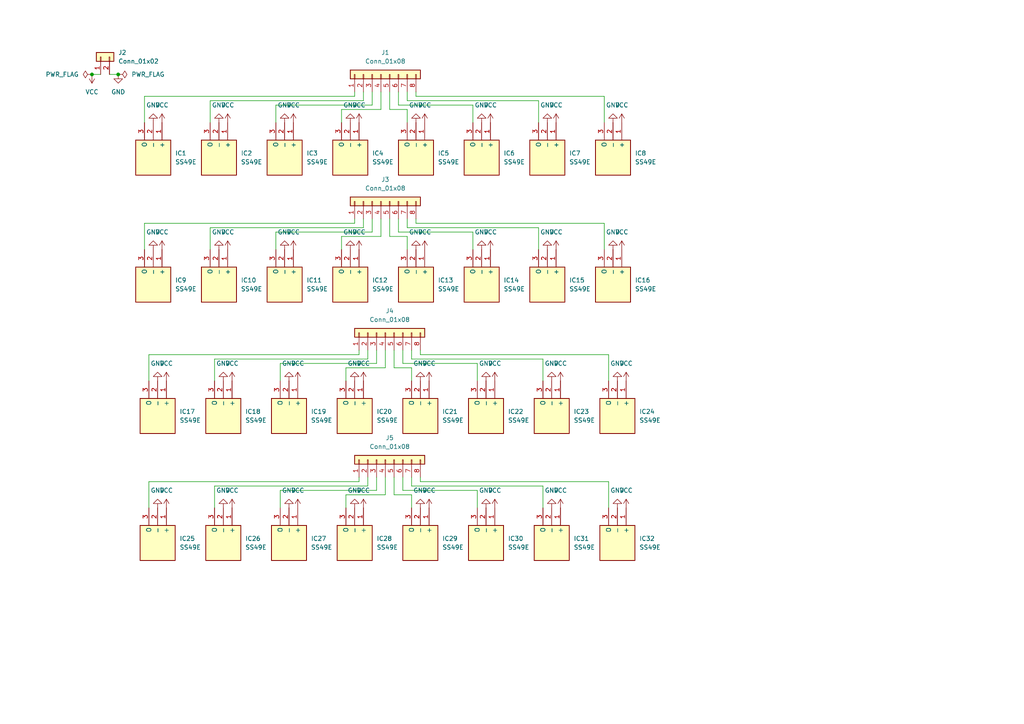
<source format=kicad_sch>
(kicad_sch (version 20230121) (generator eeschema)
  (paper "A4")
  (title_block (title "Chessboard half 1-4 linear hall adaper") (date "2023-09-17") (rev "0") (comment 1 "Schematic for chessboard PCB for ranks 1 through 4"))
  (lib_symbols
    (symbol "Connector_Generic:Conn_01x02" (pin_names (offset 1.016) hide)
      (property "Reference" "J" (at 0 2.54 0))
      (property "Value" "Conn_01x02" (at 0 -5.08 0))
      (symbol "Conn_01x02_1_1"
        (rectangle (start -1.27 -2.413) (end 0 -2.667) (stroke (width 0.1524)))
        (rectangle (start -1.27 0.127) (end 0 -0.127) (stroke (width 0.1524)))
        (rectangle (start -1.27 1.27) (end 1.27 -3.81) (stroke (width 0.254)) (fill (type background)))
        (pin passive line (at -5.08 0 0) (length 3.81) (name "Pin_1") (number "1"))
        (pin passive line (at -5.08 -2.54 0) (length 3.81) (name "Pin_2") (number "2"))
      )
    )
    (symbol "Connector_Generic:Conn_01x08" (pin_names (offset 1.016) hide)
      (property "Reference" "J" (at 0 10.16 0))
      (property "Value" "Conn_01x08" (at 0 -12.7 0))
      (symbol "Conn_01x08_1_1"
        (rectangle (start -1.27 -10.033) (end 0 -10.287) (stroke (width 0.1524)))
        (rectangle (start -1.27 -7.493) (end 0 -7.747) (stroke (width 0.1524)))
        (rectangle (start -1.27 -4.953) (end 0 -5.207) (stroke (width 0.1524)))
        (rectangle (start -1.27 -2.413) (end 0 -2.667) (stroke (width 0.1524)))
        (rectangle (start -1.27 0.127) (end 0 -0.127) (stroke (width 0.1524)))
        (rectangle (start -1.27 2.667) (end 0 2.413) (stroke (width 0.1524)))
        (rectangle (start -1.27 5.207) (end 0 4.953) (stroke (width 0.1524)))
        (rectangle (start -1.27 7.747) (end 0 7.493) (stroke (width 0.1524)))
        (rectangle (start -1.27 8.89) (end 1.27 -11.43) (stroke (width 0.254)) (fill (type background)))
        (pin passive line (at -5.08 7.62 0) (length 3.81) (name "Pin_1") (number "1"))
        (pin passive line (at -5.08 5.08 0) (length 3.81) (name "Pin_2") (number "2"))
        (pin passive line (at -5.08 2.54 0) (length 3.81) (name "Pin_3") (number "3"))
        (pin passive line (at -5.08 0 0) (length 3.81) (name "Pin_4") (number "4"))
        (pin passive line (at -5.08 -2.54 0) (length 3.81) (name "Pin_5") (number "5"))
        (pin passive line (at -5.08 -5.08 0) (length 3.81) (name "Pin_6") (number "6"))
        (pin passive line (at -5.08 -7.62 0) (length 3.81) (name "Pin_7") (number "7"))
        (pin passive line (at -5.08 -10.16 0) (length 3.81) (name "Pin_8") (number "8"))
      )
    )
    (symbol "SamacSys_Parts:SS49E"
      (property "Reference" "IC" (at 16.51 7.62 0))
      (property "Value" "SS49E" (at 16.51 5.08 0))
      (symbol "SS49E_1_1"
        (rectangle (start 5.08 2.54) (end 15.24 -7.62) (stroke (width 0.254)) (fill (type background)))
        (pin passive line (at 0 0 0) (length 5.08) (name "+") (number "1"))
        (pin passive line (at 0 -2.54 0) (length 5.08) (name "-") (number "2"))
        (pin passive line (at 0 -5.08 0) (length 5.08) (name "O") (number "3"))
      )
    )
    (symbol "power:GND" (power) (pin_names (offset 0))
      (property "Value" "GND" (at 0 -3.81 0))
      (symbol "GND_0_1"
        (polyline (pts (xy 0 0) (xy 0 -1.27) (xy 1.27 -1.27) (xy 0 -2.54) (xy -1.27 -1.27) (xy 0 -1.27)))
      )
      (symbol "GND_1_1"
        (pin power_in line (at 0 0 270) (length 0) hide (name "GND") (number "1"))
      )
    )
    (symbol "power:PWR_FLAG" (power) (pin_numbers hide) (pin_names (offset 0) hide)
      (property "Value" "PWR_FLAG" (at 0 3.81 0))
      (symbol "PWR_FLAG_0_0"
        (pin power_out line (at 0 0 90) (length 0) (name "pwr") (number "1"))
      )
      (symbol "PWR_FLAG_0_1"
        (polyline (pts (xy 0 0) (xy 0 1.27) (xy -1.016 1.905) (xy 0 2.54) (xy 1.016 1.905) (xy 0 1.27)))
      )
    )
    (symbol "power:VCC" (power) (pin_names (offset 0))
      (property "Value" "VCC" (at 0 3.81 0))
      (symbol "VCC_0_1"
        (polyline (pts (xy -0.762 1.27) (xy 0 2.54)))
        (polyline (pts (xy 0 0) (xy 0 2.54)))
        (polyline (pts (xy 0 2.54) (xy 0.762 1.27)))
      )
      (symbol "VCC_1_1"
        (pin power_in line (at 0 0 90) (length 0) hide (name "VCC") (number "1"))
      )
    )
  )
  (junction (at 26.67 21.59))
  (junction (at 34.29 21.59))
  (wire (pts (xy 80.01 30.48) (xy 80.01 35.56)))
  (wire (pts (xy 107.95 63.5) (xy 107.95 67.31)))
  (wire (pts (xy 81.28 105.41) (xy 81.28 110.49)))
  (wire (pts (xy 80.01 67.31) (xy 80.01 72.39)))
  (wire (pts (xy 137.16 67.31) (xy 137.16 72.39)))
  (wire (pts (xy 102.87 63.5) (xy 102.87 64.77)))
  (wire (pts (xy 62.23 110.49) (xy 62.23 104.14)))
  (wire (pts (xy 104.14 102.87) (xy 43.18 102.87)))
  (wire (pts (xy 111.76 138.43) (xy 111.76 143.51)))
  (wire (pts (xy 156.21 66.04) (xy 118.11 66.04)))
  (wire (pts (xy 62.23 147.32) (xy 62.23 140.97)))
  (wire (pts (xy 60.96 66.04) (xy 105.41 66.04)))
  (wire (pts (xy 114.3 138.43) (xy 114.3 143.51)))
  (wire (pts (xy 43.18 102.87) (xy 43.18 110.49)))
  (wire (pts (xy 111.76 101.6) (xy 111.76 106.68)))
  (wire (pts (xy 109.22 101.6) (xy 109.22 105.41)))
  (wire (pts (xy 118.11 63.5) (xy 118.11 66.04)))
  (wire (pts (xy 109.22 138.43) (xy 109.22 142.24)))
  (wire (pts (xy 116.84 142.24) (xy 138.43 142.24)))
  (wire (pts (xy 114.3 106.68) (xy 119.38 106.68)))
  (wire (pts (xy 102.87 27.94) (xy 41.91 27.94)))
  (wire (pts (xy 120.65 63.5) (xy 120.65 64.77)))
  (wire (pts (xy 60.96 72.39) (xy 60.96 66.04)))
  (wire (pts (xy 26.67 21.59) (xy 29.21 21.59)))
  (wire (pts (xy 41.91 27.94) (xy 41.91 35.56)))
  (wire (pts (xy 137.16 30.48) (xy 137.16 35.56)))
  (wire (pts (xy 99.06 72.39) (xy 99.06 68.58)))
  (wire (pts (xy 106.68 101.6) (xy 106.68 104.14)))
  (wire (pts (xy 99.06 31.75) (xy 110.49 31.75)))
  (wire (pts (xy 118.11 31.75) (xy 118.11 35.56)))
  (wire (pts (xy 119.38 138.43) (xy 119.38 140.97)))
  (wire (pts (xy 120.65 64.77) (xy 175.26 64.77)))
  (wire (pts (xy 115.57 30.48) (xy 137.16 30.48)))
  (wire (pts (xy 119.38 106.68) (xy 119.38 110.49)))
  (wire (pts (xy 120.65 27.94) (xy 175.26 27.94)))
  (wire (pts (xy 60.96 35.56) (xy 60.96 29.21)))
  (wire (pts (xy 115.57 63.5) (xy 115.57 67.31)))
  (wire (pts (xy 102.87 64.77) (xy 41.91 64.77)))
  (wire (pts (xy 121.92 101.6) (xy 121.92 102.87)))
  (wire (pts (xy 176.53 139.7) (xy 176.53 147.32)))
  (wire (pts (xy 175.26 27.94) (xy 175.26 35.56)))
  (wire (pts (xy 110.49 63.5) (xy 110.49 68.58)))
  (wire (pts (xy 114.3 101.6) (xy 114.3 106.68)))
  (wire (pts (xy 119.38 101.6) (xy 119.38 104.14)))
  (wire (pts (xy 60.96 29.21) (xy 105.41 29.21)))
  (wire (pts (xy 157.48 140.97) (xy 119.38 140.97)))
  (wire (pts (xy 119.38 143.51) (xy 119.38 147.32)))
  (wire (pts (xy 115.57 26.67) (xy 115.57 30.48)))
  (wire (pts (xy 114.3 143.51) (xy 119.38 143.51)))
  (wire (pts (xy 121.92 102.87) (xy 176.53 102.87)))
  (wire (pts (xy 113.03 68.58) (xy 118.11 68.58)))
  (wire (pts (xy 100.33 106.68) (xy 111.76 106.68)))
  (wire (pts (xy 109.22 105.41) (xy 81.28 105.41)))
  (wire (pts (xy 118.11 26.67) (xy 118.11 29.21)))
  (wire (pts (xy 156.21 72.39) (xy 156.21 66.04)))
  (wire (pts (xy 104.14 138.43) (xy 104.14 139.7)))
  (wire (pts (xy 107.95 26.67) (xy 107.95 30.48)))
  (wire (pts (xy 113.03 26.67) (xy 113.03 31.75)))
  (wire (pts (xy 107.95 67.31) (xy 80.01 67.31)))
  (wire (pts (xy 157.48 147.32) (xy 157.48 140.97)))
  (wire (pts (xy 116.84 101.6) (xy 116.84 105.41)))
  (wire (pts (xy 176.53 102.87) (xy 176.53 110.49)))
  (wire (pts (xy 115.57 67.31) (xy 137.16 67.31)))
  (wire (pts (xy 43.18 139.7) (xy 43.18 147.32)))
  (wire (pts (xy 106.68 138.43) (xy 106.68 140.97)))
  (wire (pts (xy 118.11 68.58) (xy 118.11 72.39)))
  (wire (pts (xy 156.21 29.21) (xy 118.11 29.21)))
  (wire (pts (xy 138.43 105.41) (xy 138.43 110.49)))
  (wire (pts (xy 62.23 104.14) (xy 106.68 104.14)))
  (wire (pts (xy 121.92 138.43) (xy 121.92 139.7)))
  (wire (pts (xy 116.84 105.41) (xy 138.43 105.41)))
  (wire (pts (xy 104.14 101.6) (xy 104.14 102.87)))
  (wire (pts (xy 100.33 147.32) (xy 100.33 143.51)))
  (wire (pts (xy 121.92 139.7) (xy 176.53 139.7)))
  (wire (pts (xy 100.33 143.51) (xy 111.76 143.51)))
  (wire (pts (xy 104.14 139.7) (xy 43.18 139.7)))
  (wire (pts (xy 81.28 142.24) (xy 81.28 147.32)))
  (wire (pts (xy 113.03 63.5) (xy 113.03 68.58)))
  (wire (pts (xy 110.49 26.67) (xy 110.49 31.75)))
  (wire (pts (xy 31.75 21.59) (xy 34.29 21.59)))
  (wire (pts (xy 113.03 31.75) (xy 118.11 31.75)))
  (wire (pts (xy 102.87 26.67) (xy 102.87 27.94)))
  (wire (pts (xy 99.06 35.56) (xy 99.06 31.75)))
  (wire (pts (xy 62.23 140.97) (xy 106.68 140.97)))
  (wire (pts (xy 41.91 64.77) (xy 41.91 72.39)))
  (wire (pts (xy 120.65 26.67) (xy 120.65 27.94)))
  (wire (pts (xy 156.21 35.56) (xy 156.21 29.21)))
  (wire (pts (xy 138.43 142.24) (xy 138.43 147.32)))
  (wire (pts (xy 105.41 26.67) (xy 105.41 29.21)))
  (wire (pts (xy 107.95 30.48) (xy 80.01 30.48)))
  (wire (pts (xy 99.06 68.58) (xy 110.49 68.58)))
  (wire (pts (xy 157.48 110.49) (xy 157.48 104.14)))
  (wire (pts (xy 116.84 138.43) (xy 116.84 142.24)))
  (wire (pts (xy 175.26 64.77) (xy 175.26 72.39)))
  (wire (pts (xy 157.48 104.14) (xy 119.38 104.14)))
  (wire (pts (xy 105.41 63.5) (xy 105.41 66.04)))
  (wire (pts (xy 100.33 110.49) (xy 100.33 106.68)))
  (wire (pts (xy 109.22 142.24) (xy 81.28 142.24)))
  (symbol (lib_id "power:GND") (at 45.72 110.49 180) (unit 1)
    (property "Reference" "#PWR035" (effects hide))
    (property "Value" "GND" (at 45.72 105.41 0))
  )
  (symbol (lib_id "power:VCC") (at 67.31 147.32 0) (unit 1)
    (property "Reference" "#PWR054" (effects hide))
    (property "Value" "VCC" (at 67.31 142.24 0))
  )
  (symbol (lib_id "SamacSys_Parts:SS49E") (at 48.26 147.32 270) (unit 1)
    (property "Reference" "IC25" (at 52.07 156.21 90) (effects (justify left)))
    (property "Value" "SS49E" (at 52.07 158.75 90) (effects (justify left)))
    (property "Footprint" "SamacSys_Parts:TO130P160X410X300-3P" (effects hide))
    (property "Datasheet" "https://datasheet.datasheetarchive.com/originals/distributors/SFDatasheet-1/sf-00023632.pdf" (effects hide))
    (property "Height" "1.6" (effects hide))
    (property "Manufacturer_Name" "Honeywell" (effects hide))
    (property "Manufacturer_Part_Number" "SS49E" (effects hide))
    (property "Mouser Part Number" "785-SS49E" (effects hide))
    (property "Mouser Price/Stock" "https://www.mouser.co.uk/ProductDetail/Honeywell/SS49E?qs=%2Ffq2y7sSKcJBD3o5K2Vcgg%3D%3D" (effects hide))
    (property "Arrow Part Number" "SS49E" (effects hide))
    (property "Arrow Price/Stock" "https://www.arrow.com/en/products/ss49e/honeywell?region=europe" (effects hide))
  )
  (symbol (lib_id "power:GND") (at 82.55 72.39 180) (unit 1)
    (property "Reference" "#PWR023" (effects hide))
    (property "Value" "GND" (at 82.55 67.31 0))
  )
  (symbol (lib_id "power:VCC") (at 105.41 110.49 0) (unit 1)
    (property "Reference" "#PWR042" (effects hide))
    (property "Value" "VCC" (at 105.41 105.41 0))
  )
  (symbol (lib_id "power:VCC") (at 66.04 72.39 0) (unit 1)
    (property "Reference" "#PWR022" (effects hide))
    (property "Value" "VCC" (at 66.04 67.31 0))
  )
  (symbol (lib_id "power:VCC") (at 104.14 35.56 0) (unit 1)
    (property "Reference" "#PWR010" (effects hide))
    (property "Value" "VCC" (at 104.14 30.48 0))
  )
  (symbol (lib_id "SamacSys_Parts:SS49E") (at 48.26 110.49 270) (unit 1)
    (property "Reference" "IC17" (at 52.07 119.38 90) (effects (justify left)))
    (property "Value" "SS49E" (at 52.07 121.92 90) (effects (justify left)))
    (property "Footprint" "SamacSys_Parts:TO130P160X410X300-3P" (effects hide))
    (property "Datasheet" "https://datasheet.datasheetarchive.com/originals/distributors/SFDatasheet-1/sf-00023632.pdf" (effects hide))
    (property "Height" "1.6" (effects hide))
    (property "Manufacturer_Name" "Honeywell" (effects hide))
    (property "Manufacturer_Part_Number" "SS49E" (effects hide))
    (property "Mouser Part Number" "785-SS49E" (effects hide))
    (property "Mouser Price/Stock" "https://www.mouser.co.uk/ProductDetail/Honeywell/SS49E?qs=%2Ffq2y7sSKcJBD3o5K2Vcgg%3D%3D" (effects hide))
    (property "Arrow Part Number" "SS49E" (effects hide))
    (property "Arrow Price/Stock" "https://www.arrow.com/en/products/ss49e/honeywell?region=europe" (effects hide))
  )
  (symbol (lib_id "power:GND") (at 44.45 35.56 180) (unit 1)
    (property "Reference" "#PWR03" (effects hide))
    (property "Value" "GND" (at 44.45 30.48 0))
  )
  (symbol (lib_id "power:GND") (at 158.75 72.39 180) (unit 1)
    (property "Reference" "#PWR031" (effects hide))
    (property "Value" "GND" (at 158.75 67.31 0))
  )
  (symbol (lib_id "power:GND") (at 102.87 147.32 180) (unit 1)
    (property "Reference" "#PWR057" (effects hide))
    (property "Value" "GND" (at 102.87 142.24 0))
  )
  (symbol (lib_id "power:VCC") (at 161.29 35.56 0) (unit 1)
    (property "Reference" "#PWR016" (effects hide))
    (property "Value" "VCC" (at 161.29 30.48 0))
  )
  (symbol (lib_id "power:GND") (at 83.82 147.32 180) (unit 1)
    (property "Reference" "#PWR055" (effects hide))
    (property "Value" "GND" (at 83.82 142.24 0))
  )
  (symbol (lib_id "SamacSys_Parts:SS49E") (at 124.46 110.49 270) (unit 1)
    (property "Reference" "IC21" (at 128.27 119.38 90) (effects (justify left)))
    (property "Value" "SS49E" (at 128.27 121.92 90) (effects (justify left)))
    (property "Footprint" "SamacSys_Parts:TO130P160X410X300-3P" (effects hide))
    (property "Datasheet" "https://datasheet.datasheetarchive.com/originals/distributors/SFDatasheet-1/sf-00023632.pdf" (effects hide))
    (property "Height" "1.6" (effects hide))
    (property "Manufacturer_Name" "Honeywell" (effects hide))
    (property "Manufacturer_Part_Number" "SS49E" (effects hide))
    (property "Mouser Part Number" "785-SS49E" (effects hide))
    (property "Mouser Price/Stock" "https://www.mouser.co.uk/ProductDetail/Honeywell/SS49E?qs=%2Ffq2y7sSKcJBD3o5K2Vcgg%3D%3D" (effects hide))
    (property "Arrow Part Number" "SS49E" (effects hide))
    (property "Arrow Price/Stock" "https://www.arrow.com/en/products/ss49e/honeywell?region=europe" (effects hide))
  )
  (symbol (lib_id "SamacSys_Parts:SS49E") (at 123.19 35.56 270) (unit 1)
    (property "Reference" "IC5" (at 127 44.45 90) (effects (justify left)))
    (property "Value" "SS49E" (at 127 46.99 90) (effects (justify left)))
    (property "Footprint" "SamacSys_Parts:TO130P160X410X300-3P" (effects hide))
    (property "Datasheet" "https://datasheet.datasheetarchive.com/originals/distributors/SFDatasheet-1/sf-00023632.pdf" (effects hide))
    (property "Height" "1.6" (effects hide))
    (property "Manufacturer_Name" "Honeywell" (effects hide))
    (property "Manufacturer_Part_Number" "SS49E" (effects hide))
    (property "Mouser Part Number" "785-SS49E" (effects hide))
    (property "Mouser Price/Stock" "https://www.mouser.co.uk/ProductDetail/Honeywell/SS49E?qs=%2Ffq2y7sSKcJBD3o5K2Vcgg%3D%3D" (effects hide))
    (property "Arrow Part Number" "SS49E" (effects hide))
    (property "Arrow Price/Stock" "https://www.arrow.com/en/products/ss49e/honeywell?region=europe" (effects hide))
  )
  (symbol (lib_id "SamacSys_Parts:SS49E") (at 161.29 72.39 270) (unit 1)
    (property "Reference" "IC15" (at 165.1 81.28 90) (effects (justify left)))
    (property "Value" "SS49E" (at 165.1 83.82 90) (effects (justify left)))
    (property "Footprint" "SamacSys_Parts:TO130P160X410X300-3P" (effects hide))
    (property "Datasheet" "https://datasheet.datasheetarchive.com/originals/distributors/SFDatasheet-1/sf-00023632.pdf" (effects hide))
    (property "Height" "1.6" (effects hide))
    (property "Manufacturer_Name" "Honeywell" (effects hide))
    (property "Manufacturer_Part_Number" "SS49E" (effects hide))
    (property "Mouser Part Number" "785-SS49E" (effects hide))
    (property "Mouser Price/Stock" "https://www.mouser.co.uk/ProductDetail/Honeywell/SS49E?qs=%2Ffq2y7sSKcJBD3o5K2Vcgg%3D%3D" (effects hide))
    (property "Arrow Part Number" "SS49E" (effects hide))
    (property "Arrow Price/Stock" "https://www.arrow.com/en/products/ss49e/honeywell?region=europe" (effects hide))
  )
  (symbol (lib_id "power:GND") (at 63.5 72.39 180) (unit 1)
    (property "Reference" "#PWR021" (effects hide))
    (property "Value" "GND" (at 63.5 67.31 0))
  )
  (symbol (lib_id "power:PWR_FLAG") (at 34.29 21.59 270) (unit 1)
    (property "Reference" "#FLG02" (effects hide))
    (property "Value" "PWR_FLAG" (at 38.1 21.59 90) (effects (justify left)))
  )
  (symbol (lib_id "power:VCC") (at 85.09 35.56 0) (unit 1)
    (property "Reference" "#PWR08" (effects hide))
    (property "Value" "VCC" (at 85.09 30.48 0))
  )
  (symbol (lib_id "power:GND") (at 63.5 35.56 180) (unit 1)
    (property "Reference" "#PWR05" (effects hide))
    (property "Value" "GND" (at 63.5 30.48 0))
  )
  (symbol (lib_id "power:VCC") (at 48.26 110.49 0) (unit 1)
    (property "Reference" "#PWR036" (effects hide))
    (property "Value" "VCC" (at 48.26 105.41 0))
  )
  (symbol (lib_id "power:VCC") (at 181.61 110.49 0) (unit 1)
    (property "Reference" "#PWR050" (effects hide))
    (property "Value" "VCC" (at 181.61 105.41 0))
  )
  (symbol (lib_id "power:VCC") (at 86.36 147.32 0) (unit 1)
    (property "Reference" "#PWR056" (effects hide))
    (property "Value" "VCC" (at 86.36 142.24 0))
  )
  (symbol (lib_id "power:VCC") (at 123.19 72.39 0) (unit 1)
    (property "Reference" "#PWR028" (effects hide))
    (property "Value" "VCC" (at 123.19 67.31 0))
  )
  (symbol (lib_id "power:VCC") (at 142.24 72.39 0) (unit 1)
    (property "Reference" "#PWR030" (effects hide))
    (property "Value" "VCC" (at 142.24 67.31 0))
  )
  (symbol (lib_id "power:VCC") (at 46.99 35.56 0) (unit 1)
    (property "Reference" "#PWR04" (effects hide))
    (property "Value" "VCC" (at 46.99 30.48 0))
  )
  (symbol (lib_id "power:PWR_FLAG") (at 26.67 21.59 90) (unit 1)
    (property "Reference" "#FLG01" (effects hide))
    (property "Value" "PWR_FLAG" (at 22.86 21.59 90) (effects (justify left)))
  )
  (symbol (lib_id "power:GND") (at 179.07 110.49 180) (unit 1)
    (property "Reference" "#PWR049" (effects hide))
    (property "Value" "GND" (at 179.07 105.41 0))
  )
  (symbol (lib_id "power:VCC") (at 85.09 72.39 0) (unit 1)
    (property "Reference" "#PWR024" (effects hide))
    (property "Value" "VCC" (at 85.09 67.31 0))
  )
  (symbol (lib_id "power:VCC") (at 48.26 147.32 0) (unit 1)
    (property "Reference" "#PWR052" (effects hide))
    (property "Value" "VCC" (at 48.26 142.24 0))
  )
  (symbol (lib_id "power:GND") (at 101.6 72.39 180) (unit 1)
    (property "Reference" "#PWR025" (effects hide))
    (property "Value" "GND" (at 101.6 67.31 0))
  )
  (symbol (lib_id "SamacSys_Parts:SS49E") (at 104.14 35.56 270) (unit 1)
    (property "Reference" "IC4" (at 107.95 44.45 90) (effects (justify left)))
    (property "Value" "SS49E" (at 107.95 46.99 90) (effects (justify left)))
    (property "Footprint" "SamacSys_Parts:TO130P160X410X300-3P" (effects hide))
    (property "Datasheet" "https://datasheet.datasheetarchive.com/originals/distributors/SFDatasheet-1/sf-00023632.pdf" (effects hide))
    (property "Height" "1.6" (effects hide))
    (property "Manufacturer_Name" "Honeywell" (effects hide))
    (property "Manufacturer_Part_Number" "SS49E" (effects hide))
    (property "Mouser Part Number" "785-SS49E" (effects hide))
    (property "Mouser Price/Stock" "https://www.mouser.co.uk/ProductDetail/Honeywell/SS49E?qs=%2Ffq2y7sSKcJBD3o5K2Vcgg%3D%3D" (effects hide))
    (property "Arrow Part Number" "SS49E" (effects hide))
    (property "Arrow Price/Stock" "https://www.arrow.com/en/products/ss49e/honeywell?region=europe" (effects hide))
  )
  (symbol (lib_id "power:GND") (at 140.97 110.49 180) (unit 1)
    (property "Reference" "#PWR045" (effects hide))
    (property "Value" "GND" (at 140.97 105.41 0))
  )
  (symbol (lib_id "Connector_Generic:Conn_01x08") (at 110.49 58.42 90) (unit 1)
    (property "Reference" "J3" (at 111.76 52.07 90))
    (property "Value" "Conn_01x08" (at 111.76 54.61 90))
    (property "Footprint" "Connector_PinHeader_2.54mm:PinHeader_1x08_P2.54mm_Vertical" (effects hide))
  )
  (symbol (lib_id "power:GND") (at 120.65 35.56 180) (unit 1)
    (property "Reference" "#PWR011" (effects hide))
    (property "Value" "GND" (at 120.65 30.48 0))
  )
  (symbol (lib_id "power:GND") (at 121.92 147.32 180) (unit 1)
    (property "Reference" "#PWR059" (effects hide))
    (property "Value" "GND" (at 121.92 142.24 0))
  )
  (symbol (lib_id "SamacSys_Parts:SS49E") (at 86.36 147.32 270) (unit 1)
    (property "Reference" "IC27" (at 90.17 156.21 90) (effects (justify left)))
    (property "Value" "SS49E" (at 90.17 158.75 90) (effects (justify left)))
    (property "Footprint" "SamacSys_Parts:TO130P160X410X300-3P" (effects hide))
    (property "Datasheet" "https://datasheet.datasheetarchive.com/originals/distributors/SFDatasheet-1/sf-00023632.pdf" (effects hide))
    (property "Height" "1.6" (effects hide))
    (property "Manufacturer_Name" "Honeywell" (effects hide))
    (property "Manufacturer_Part_Number" "SS49E" (effects hide))
    (property "Mouser Part Number" "785-SS49E" (effects hide))
    (property "Mouser Price/Stock" "https://www.mouser.co.uk/ProductDetail/Honeywell/SS49E?qs=%2Ffq2y7sSKcJBD3o5K2Vcgg%3D%3D" (effects hide))
    (property "Arrow Part Number" "SS49E" (effects hide))
    (property "Arrow Price/Stock" "https://www.arrow.com/en/products/ss49e/honeywell?region=europe" (effects hide))
  )
  (symbol (lib_id "power:GND") (at 121.92 110.49 180) (unit 1)
    (property "Reference" "#PWR043" (effects hide))
    (property "Value" "GND" (at 121.92 105.41 0))
  )
  (symbol (lib_id "power:VCC") (at 162.56 147.32 0) (unit 1)
    (property "Reference" "#PWR064" (effects hide))
    (property "Value" "VCC" (at 162.56 142.24 0))
  )
  (symbol (lib_id "power:GND") (at 120.65 72.39 180) (unit 1)
    (property "Reference" "#PWR027" (effects hide))
    (property "Value" "GND" (at 120.65 67.31 0))
  )
  (symbol (lib_id "power:GND") (at 64.77 110.49 180) (unit 1)
    (property "Reference" "#PWR037" (effects hide))
    (property "Value" "GND" (at 64.77 105.41 0))
  )
  (symbol (lib_id "SamacSys_Parts:SS49E") (at 142.24 72.39 270) (unit 1)
    (property "Reference" "IC14" (at 146.05 81.28 90) (effects (justify left)))
    (property "Value" "SS49E" (at 146.05 83.82 90) (effects (justify left)))
    (property "Footprint" "SamacSys_Parts:TO130P160X410X300-3P" (effects hide))
    (property "Datasheet" "https://datasheet.datasheetarchive.com/originals/distributors/SFDatasheet-1/sf-00023632.pdf" (effects hide))
    (property "Height" "1.6" (effects hide))
    (property "Manufacturer_Name" "Honeywell" (effects hide))
    (property "Manufacturer_Part_Number" "SS49E" (effects hide))
    (property "Mouser Part Number" "785-SS49E" (effects hide))
    (property "Mouser Price/Stock" "https://www.mouser.co.uk/ProductDetail/Honeywell/SS49E?qs=%2Ffq2y7sSKcJBD3o5K2Vcgg%3D%3D" (effects hide))
    (property "Arrow Part Number" "SS49E" (effects hide))
    (property "Arrow Price/Stock" "https://www.arrow.com/en/products/ss49e/honeywell?region=europe" (effects hide))
  )
  (symbol (lib_id "power:VCC") (at 180.34 72.39 0) (unit 1)
    (property "Reference" "#PWR034" (effects hide))
    (property "Value" "VCC" (at 180.34 67.31 0))
  )
  (symbol (lib_id "SamacSys_Parts:SS49E") (at 105.41 147.32 270) (unit 1)
    (property "Reference" "IC28" (at 109.22 156.21 90) (effects (justify left)))
    (property "Value" "SS49E" (at 109.22 158.75 90) (effects (justify left)))
    (property "Footprint" "SamacSys_Parts:TO130P160X410X300-3P" (effects hide))
    (property "Datasheet" "https://datasheet.datasheetarchive.com/originals/distributors/SFDatasheet-1/sf-00023632.pdf" (effects hide))
    (property "Height" "1.6" (effects hide))
    (property "Manufacturer_Name" "Honeywell" (effects hide))
    (property "Manufacturer_Part_Number" "SS49E" (effects hide))
    (property "Mouser Part Number" "785-SS49E" (effects hide))
    (property "Mouser Price/Stock" "https://www.mouser.co.uk/ProductDetail/Honeywell/SS49E?qs=%2Ffq2y7sSKcJBD3o5K2Vcgg%3D%3D" (effects hide))
    (property "Arrow Part Number" "SS49E" (effects hide))
    (property "Arrow Price/Stock" "https://www.arrow.com/en/products/ss49e/honeywell?region=europe" (effects hide))
  )
  (symbol (lib_id "power:VCC") (at 123.19 35.56 0) (unit 1)
    (property "Reference" "#PWR012" (effects hide))
    (property "Value" "VCC" (at 123.19 30.48 0))
  )
  (symbol (lib_id "SamacSys_Parts:SS49E") (at 86.36 110.49 270) (unit 1)
    (property "Reference" "IC19" (at 90.17 119.38 90) (effects (justify left)))
    (property "Value" "SS49E" (at 90.17 121.92 90) (effects (justify left)))
    (property "Footprint" "SamacSys_Parts:TO130P160X410X300-3P" (effects hide))
    (property "Datasheet" "https://datasheet.datasheetarchive.com/originals/distributors/SFDatasheet-1/sf-00023632.pdf" (effects hide))
    (property "Height" "1.6" (effects hide))
    (property "Manufacturer_Name" "Honeywell" (effects hide))
    (property "Manufacturer_Part_Number" "SS49E" (effects hide))
    (property "Mouser Part Number" "785-SS49E" (effects hide))
    (property "Mouser Price/Stock" "https://www.mouser.co.uk/ProductDetail/Honeywell/SS49E?qs=%2Ffq2y7sSKcJBD3o5K2Vcgg%3D%3D" (effects hide))
    (property "Arrow Part Number" "SS49E" (effects hide))
    (property "Arrow Price/Stock" "https://www.arrow.com/en/products/ss49e/honeywell?region=europe" (effects hide))
  )
  (symbol (lib_id "SamacSys_Parts:SS49E") (at 161.29 35.56 270) (unit 1)
    (property "Reference" "IC7" (at 165.1 44.45 90) (effects (justify left)))
    (property "Value" "SS49E" (at 165.1 46.99 90) (effects (justify left)))
    (property "Footprint" "SamacSys_Parts:TO130P160X410X300-3P" (effects hide))
    (property "Datasheet" "https://datasheet.datasheetarchive.com/originals/distributors/SFDatasheet-1/sf-00023632.pdf" (effects hide))
    (property "Height" "1.6" (effects hide))
    (property "Manufacturer_Name" "Honeywell" (effects hide))
    (property "Manufacturer_Part_Number" "SS49E" (effects hide))
    (property "Mouser Part Number" "785-SS49E" (effects hide))
    (property "Mouser Price/Stock" "https://www.mouser.co.uk/ProductDetail/Honeywell/SS49E?qs=%2Ffq2y7sSKcJBD3o5K2Vcgg%3D%3D" (effects hide))
    (property "Arrow Part Number" "SS49E" (effects hide))
    (property "Arrow Price/Stock" "https://www.arrow.com/en/products/ss49e/honeywell?region=europe" (effects hide))
  )
  (symbol (lib_id "power:GND") (at 177.8 35.56 180) (unit 1)
    (property "Reference" "#PWR017" (effects hide))
    (property "Value" "GND" (at 177.8 30.48 0))
  )
  (symbol (lib_id "SamacSys_Parts:SS49E") (at 66.04 72.39 270) (unit 1)
    (property "Reference" "IC10" (at 69.85 81.28 90) (effects (justify left)))
    (property "Value" "SS49E" (at 69.85 83.82 90) (effects (justify left)))
    (property "Footprint" "SamacSys_Parts:TO130P160X410X300-3P" (effects hide))
    (property "Datasheet" "https://datasheet.datasheetarchive.com/originals/distributors/SFDatasheet-1/sf-00023632.pdf" (effects hide))
    (property "Height" "1.6" (effects hide))
    (property "Manufacturer_Name" "Honeywell" (effects hide))
    (property "Manufacturer_Part_Number" "SS49E" (effects hide))
    (property "Mouser Part Number" "785-SS49E" (effects hide))
    (property "Mouser Price/Stock" "https://www.mouser.co.uk/ProductDetail/Honeywell/SS49E?qs=%2Ffq2y7sSKcJBD3o5K2Vcgg%3D%3D" (effects hide))
    (property "Arrow Part Number" "SS49E" (effects hide))
    (property "Arrow Price/Stock" "https://www.arrow.com/en/products/ss49e/honeywell?region=europe" (effects hide))
  )
  (symbol (lib_id "Connector_Generic:Conn_01x08") (at 111.76 133.35 90) (unit 1)
    (property "Reference" "J5" (at 113.03 127 90))
    (property "Value" "Conn_01x08" (at 113.03 129.54 90))
    (property "Footprint" "Connector_PinHeader_2.54mm:PinHeader_1x08_P2.54mm_Vertical" (effects hide))
  )
  (symbol (lib_id "power:VCC") (at 46.99 72.39 0) (unit 1)
    (property "Reference" "#PWR020" (effects hide))
    (property "Value" "VCC" (at 46.99 67.31 0))
  )
  (symbol (lib_id "SamacSys_Parts:SS49E") (at 105.41 110.49 270) (unit 1)
    (property "Reference" "IC20" (at 109.22 119.38 90) (effects (justify left)))
    (property "Value" "SS49E" (at 109.22 121.92 90) (effects (justify left)))
    (property "Footprint" "SamacSys_Parts:TO130P160X410X300-3P" (effects hide))
    (property "Datasheet" "https://datasheet.datasheetarchive.com/originals/distributors/SFDatasheet-1/sf-00023632.pdf" (effects hide))
    (property "Height" "1.6" (effects hide))
    (property "Manufacturer_Name" "Honeywell" (effects hide))
    (property "Manufacturer_Part_Number" "SS49E" (effects hide))
    (property "Mouser Part Number" "785-SS49E" (effects hide))
    (property "Mouser Price/Stock" "https://www.mouser.co.uk/ProductDetail/Honeywell/SS49E?qs=%2Ffq2y7sSKcJBD3o5K2Vcgg%3D%3D" (effects hide))
    (property "Arrow Part Number" "SS49E" (effects hide))
    (property "Arrow Price/Stock" "https://www.arrow.com/en/products/ss49e/honeywell?region=europe" (effects hide))
  )
  (symbol (lib_id "power:GND") (at 160.02 110.49 180) (unit 1)
    (property "Reference" "#PWR047" (effects hide))
    (property "Value" "GND" (at 160.02 105.41 0))
  )
  (symbol (lib_id "SamacSys_Parts:SS49E") (at 123.19 72.39 270) (unit 1)
    (property "Reference" "IC13" (at 127 81.28 90) (effects (justify left)))
    (property "Value" "SS49E" (at 127 83.82 90) (effects (justify left)))
    (property "Footprint" "SamacSys_Parts:TO130P160X410X300-3P" (effects hide))
    (property "Datasheet" "https://datasheet.datasheetarchive.com/originals/distributors/SFDatasheet-1/sf-00023632.pdf" (effects hide))
    (property "Height" "1.6" (effects hide))
    (property "Manufacturer_Name" "Honeywell" (effects hide))
    (property "Manufacturer_Part_Number" "SS49E" (effects hide))
    (property "Mouser Part Number" "785-SS49E" (effects hide))
    (property "Mouser Price/Stock" "https://www.mouser.co.uk/ProductDetail/Honeywell/SS49E?qs=%2Ffq2y7sSKcJBD3o5K2Vcgg%3D%3D" (effects hide))
    (property "Arrow Part Number" "SS49E" (effects hide))
    (property "Arrow Price/Stock" "https://www.arrow.com/en/products/ss49e/honeywell?region=europe" (effects hide))
  )
  (symbol (lib_id "power:GND") (at 179.07 147.32 180) (unit 1)
    (property "Reference" "#PWR065" (effects hide))
    (property "Value" "GND" (at 179.07 142.24 0))
  )
  (symbol (lib_id "SamacSys_Parts:SS49E") (at 85.09 72.39 270) (unit 1)
    (property "Reference" "IC11" (at 88.9 81.28 90) (effects (justify left)))
    (property "Value" "SS49E" (at 88.9 83.82 90) (effects (justify left)))
    (property "Footprint" "SamacSys_Parts:TO130P160X410X300-3P" (effects hide))
    (property "Datasheet" "https://datasheet.datasheetarchive.com/originals/distributors/SFDatasheet-1/sf-00023632.pdf" (effects hide))
    (property "Height" "1.6" (effects hide))
    (property "Manufacturer_Name" "Honeywell" (effects hide))
    (property "Manufacturer_Part_Number" "SS49E" (effects hide))
    (property "Mouser Part Number" "785-SS49E" (effects hide))
    (property "Mouser Price/Stock" "https://www.mouser.co.uk/ProductDetail/Honeywell/SS49E?qs=%2Ffq2y7sSKcJBD3o5K2Vcgg%3D%3D" (effects hide))
    (property "Arrow Part Number" "SS49E" (effects hide))
    (property "Arrow Price/Stock" "https://www.arrow.com/en/products/ss49e/honeywell?region=europe" (effects hide))
  )
  (symbol (lib_id "power:GND") (at 158.75 35.56 180) (unit 1)
    (property "Reference" "#PWR015" (effects hide))
    (property "Value" "GND" (at 158.75 30.48 0))
  )
  (symbol (lib_id "power:GND") (at 44.45 72.39 180) (unit 1)
    (property "Reference" "#PWR019" (effects hide))
    (property "Value" "GND" (at 44.45 67.31 0))
  )
  (symbol (lib_id "SamacSys_Parts:SS49E") (at 142.24 35.56 270) (unit 1)
    (property "Reference" "IC6" (at 146.05 44.45 90) (effects (justify left)))
    (property "Value" "SS49E" (at 146.05 46.99 90) (effects (justify left)))
    (property "Footprint" "SamacSys_Parts:TO130P160X410X300-3P" (effects hide))
    (property "Datasheet" "https://datasheet.datasheetarchive.com/originals/distributors/SFDatasheet-1/sf-00023632.pdf" (effects hide))
    (property "Height" "1.6" (effects hide))
    (property "Manufacturer_Name" "Honeywell" (effects hide))
    (property "Manufacturer_Part_Number" "SS49E" (effects hide))
    (property "Mouser Part Number" "785-SS49E" (effects hide))
    (property "Mouser Price/Stock" "https://www.mouser.co.uk/ProductDetail/Honeywell/SS49E?qs=%2Ffq2y7sSKcJBD3o5K2Vcgg%3D%3D" (effects hide))
    (property "Arrow Part Number" "SS49E" (effects hide))
    (property "Arrow Price/Stock" "https://www.arrow.com/en/products/ss49e/honeywell?region=europe" (effects hide))
  )
  (symbol (lib_id "power:VCC") (at 124.46 110.49 0) (unit 1)
    (property "Reference" "#PWR044" (effects hide))
    (property "Value" "VCC" (at 124.46 105.41 0))
  )
  (symbol (lib_id "SamacSys_Parts:SS49E") (at 66.04 35.56 270) (unit 1)
    (property "Reference" "IC2" (at 69.85 44.45 90) (effects (justify left)))
    (property "Value" "SS49E" (at 69.85 46.99 90) (effects (justify left)))
    (property "Footprint" "SamacSys_Parts:TO130P160X410X300-3P" (effects hide))
    (property "Datasheet" "https://datasheet.datasheetarchive.com/originals/distributors/SFDatasheet-1/sf-00023632.pdf" (effects hide))
    (property "Height" "1.6" (effects hide))
    (property "Manufacturer_Name" "Honeywell" (effects hide))
    (property "Manufacturer_Part_Number" "SS49E" (effects hide))
    (property "Mouser Part Number" "785-SS49E" (effects hide))
    (property "Mouser Price/Stock" "https://www.mouser.co.uk/ProductDetail/Honeywell/SS49E?qs=%2Ffq2y7sSKcJBD3o5K2Vcgg%3D%3D" (effects hide))
    (property "Arrow Part Number" "SS49E" (effects hide))
    (property "Arrow Price/Stock" "https://www.arrow.com/en/products/ss49e/honeywell?region=europe" (effects hide))
  )
  (symbol (lib_id "power:VCC") (at 161.29 72.39 0) (unit 1)
    (property "Reference" "#PWR032" (effects hide))
    (property "Value" "VCC" (at 161.29 67.31 0))
  )
  (symbol (lib_id "power:VCC") (at 124.46 147.32 0) (unit 1)
    (property "Reference" "#PWR060" (effects hide))
    (property "Value" "VCC" (at 124.46 142.24 0))
  )
  (symbol (lib_id "SamacSys_Parts:SS49E") (at 143.51 147.32 270) (unit 1)
    (property "Reference" "IC30" (at 147.32 156.21 90) (effects (justify left)))
    (property "Value" "SS49E" (at 147.32 158.75 90) (effects (justify left)))
    (property "Footprint" "SamacSys_Parts:TO130P160X410X300-3P" (effects hide))
    (property "Datasheet" "https://datasheet.datasheetarchive.com/originals/distributors/SFDatasheet-1/sf-00023632.pdf" (effects hide))
    (property "Height" "1.6" (effects hide))
    (property "Manufacturer_Name" "Honeywell" (effects hide))
    (property "Manufacturer_Part_Number" "SS49E" (effects hide))
    (property "Mouser Part Number" "785-SS49E" (effects hide))
    (property "Mouser Price/Stock" "https://www.mouser.co.uk/ProductDetail/Honeywell/SS49E?qs=%2Ffq2y7sSKcJBD3o5K2Vcgg%3D%3D" (effects hide))
    (property "Arrow Part Number" "SS49E" (effects hide))
    (property "Arrow Price/Stock" "https://www.arrow.com/en/products/ss49e/honeywell?region=europe" (effects hide))
  )
  (symbol (lib_id "power:GND") (at 34.29 21.59 0) (unit 1)
    (property "Reference" "#PWR02" (effects hide))
    (property "Value" "GND" (at 34.29 26.67 0))
  )
  (symbol (lib_id "power:GND") (at 101.6 35.56 180) (unit 1)
    (property "Reference" "#PWR09" (effects hide))
    (property "Value" "GND" (at 101.6 30.48 0))
  )
  (symbol (lib_id "Connector_Generic:Conn_01x08") (at 110.49 21.59 90) (unit 1)
    (property "Reference" "J1" (at 111.76 15.24 90))
    (property "Value" "Conn_01x08" (at 111.76 17.78 90))
    (property "Footprint" "Connector_PinHeader_2.54mm:PinHeader_1x08_P2.54mm_Vertical" (effects hide))
  )
  (symbol (lib_id "SamacSys_Parts:SS49E") (at 124.46 147.32 270) (unit 1)
    (property "Reference" "IC29" (at 128.27 156.21 90) (effects (justify left)))
    (property "Value" "SS49E" (at 128.27 158.75 90) (effects (justify left)))
    (property "Footprint" "SamacSys_Parts:TO130P160X410X300-3P" (effects hide))
    (property "Datasheet" "https://datasheet.datasheetarchive.com/originals/distributors/SFDatasheet-1/sf-00023632.pdf" (effects hide))
    (property "Height" "1.6" (effects hide))
    (property "Manufacturer_Name" "Honeywell" (effects hide))
    (property "Manufacturer_Part_Number" "SS49E" (effects hide))
    (property "Mouser Part Number" "785-SS49E" (effects hide))
    (property "Mouser Price/Stock" "https://www.mouser.co.uk/ProductDetail/Honeywell/SS49E?qs=%2Ffq2y7sSKcJBD3o5K2Vcgg%3D%3D" (effects hide))
    (property "Arrow Part Number" "SS49E" (effects hide))
    (property "Arrow Price/Stock" "https://www.arrow.com/en/products/ss49e/honeywell?region=europe" (effects hide))
  )
  (symbol (lib_id "SamacSys_Parts:SS49E") (at 181.61 110.49 270) (unit 1)
    (property "Reference" "IC24" (at 185.42 119.38 90) (effects (justify left)))
    (property "Value" "SS49E" (at 185.42 121.92 90) (effects (justify left)))
    (property "Footprint" "SamacSys_Parts:TO130P160X410X300-3P" (effects hide))
    (property "Datasheet" "https://datasheet.datasheetarchive.com/originals/distributors/SFDatasheet-1/sf-00023632.pdf" (effects hide))
    (property "Height" "1.6" (effects hide))
    (property "Manufacturer_Name" "Honeywell" (effects hide))
    (property "Manufacturer_Part_Number" "SS49E" (effects hide))
    (property "Mouser Part Number" "785-SS49E" (effects hide))
    (property "Mouser Price/Stock" "https://www.mouser.co.uk/ProductDetail/Honeywell/SS49E?qs=%2Ffq2y7sSKcJBD3o5K2Vcgg%3D%3D" (effects hide))
    (property "Arrow Part Number" "SS49E" (effects hide))
    (property "Arrow Price/Stock" "https://www.arrow.com/en/products/ss49e/honeywell?region=europe" (effects hide))
  )
  (symbol (lib_id "SamacSys_Parts:SS49E") (at 162.56 147.32 270) (unit 1)
    (property "Reference" "IC31" (at 166.37 156.21 90) (effects (justify left)))
    (property "Value" "SS49E" (at 166.37 158.75 90) (effects (justify left)))
    (property "Footprint" "SamacSys_Parts:TO130P160X410X300-3P" (effects hide))
    (property "Datasheet" "https://datasheet.datasheetarchive.com/originals/distributors/SFDatasheet-1/sf-00023632.pdf" (effects hide))
    (property "Height" "1.6" (effects hide))
    (property "Manufacturer_Name" "Honeywell" (effects hide))
    (property "Manufacturer_Part_Number" "SS49E" (effects hide))
    (property "Mouser Part Number" "785-SS49E" (effects hide))
    (property "Mouser Price/Stock" "https://www.mouser.co.uk/ProductDetail/Honeywell/SS49E?qs=%2Ffq2y7sSKcJBD3o5K2Vcgg%3D%3D" (effects hide))
    (property "Arrow Part Number" "SS49E" (effects hide))
    (property "Arrow Price/Stock" "https://www.arrow.com/en/products/ss49e/honeywell?region=europe" (effects hide))
  )
  (symbol (lib_id "power:GND") (at 139.7 35.56 180) (unit 1)
    (property "Reference" "#PWR013" (effects hide))
    (property "Value" "GND" (at 139.7 30.48 0))
  )
  (symbol (lib_id "power:VCC") (at 104.14 72.39 0) (unit 1)
    (property "Reference" "#PWR026" (effects hide))
    (property "Value" "VCC" (at 104.14 67.31 0))
  )
  (symbol (lib_id "SamacSys_Parts:SS49E") (at 181.61 147.32 270) (unit 1)
    (property "Reference" "IC32" (at 185.42 156.21 90) (effects (justify left)))
    (property "Value" "SS49E" (at 185.42 158.75 90) (effects (justify left)))
    (property "Footprint" "SamacSys_Parts:TO130P160X410X300-3P" (effects hide))
    (property "Datasheet" "https://datasheet.datasheetarchive.com/originals/distributors/SFDatasheet-1/sf-00023632.pdf" (effects hide))
    (property "Height" "1.6" (effects hide))
    (property "Manufacturer_Name" "Honeywell" (effects hide))
    (property "Manufacturer_Part_Number" "SS49E" (effects hide))
    (property "Mouser Part Number" "785-SS49E" (effects hide))
    (property "Mouser Price/Stock" "https://www.mouser.co.uk/ProductDetail/Honeywell/SS49E?qs=%2Ffq2y7sSKcJBD3o5K2Vcgg%3D%3D" (effects hide))
    (property "Arrow Part Number" "SS49E" (effects hide))
    (property "Arrow Price/Stock" "https://www.arrow.com/en/products/ss49e/honeywell?region=europe" (effects hide))
  )
  (symbol (lib_id "SamacSys_Parts:SS49E") (at 67.31 110.49 270) (unit 1)
    (property "Reference" "IC18" (at 71.12 119.38 90) (effects (justify left)))
    (property "Value" "SS49E" (at 71.12 121.92 90) (effects (justify left)))
    (property "Footprint" "SamacSys_Parts:TO130P160X410X300-3P" (effects hide))
    (property "Datasheet" "https://datasheet.datasheetarchive.com/originals/distributors/SFDatasheet-1/sf-00023632.pdf" (effects hide))
    (property "Height" "1.6" (effects hide))
    (property "Manufacturer_Name" "Honeywell" (effects hide))
    (property "Manufacturer_Part_Number" "SS49E" (effects hide))
    (property "Mouser Part Number" "785-SS49E" (effects hide))
    (property "Mouser Price/Stock" "https://www.mouser.co.uk/ProductDetail/Honeywell/SS49E?qs=%2Ffq2y7sSKcJBD3o5K2Vcgg%3D%3D" (effects hide))
    (property "Arrow Part Number" "SS49E" (effects hide))
    (property "Arrow Price/Stock" "https://www.arrow.com/en/products/ss49e/honeywell?region=europe" (effects hide))
  )
  (symbol (lib_id "power:GND") (at 140.97 147.32 180) (unit 1)
    (property "Reference" "#PWR061" (effects hide))
    (property "Value" "GND" (at 140.97 142.24 0))
  )
  (symbol (lib_id "SamacSys_Parts:SS49E") (at 46.99 35.56 270) (unit 1)
    (property "Reference" "IC1" (at 50.8 44.45 90) (effects (justify left)))
    (property "Value" "SS49E" (at 50.8 46.99 90) (effects (justify left)))
    (property "Footprint" "SamacSys_Parts:TO130P160X410X300-3P" (effects hide))
    (property "Datasheet" "https://datasheet.datasheetarchive.com/originals/distributors/SFDatasheet-1/sf-00023632.pdf" (effects hide))
    (property "Height" "1.6" (effects hide))
    (property "Manufacturer_Name" "Honeywell" (effects hide))
    (property "Manufacturer_Part_Number" "SS49E" (effects hide))
    (property "Mouser Part Number" "785-SS49E" (effects hide))
    (property "Mouser Price/Stock" "https://www.mouser.co.uk/ProductDetail/Honeywell/SS49E?qs=%2Ffq2y7sSKcJBD3o5K2Vcgg%3D%3D" (effects hide))
    (property "Arrow Part Number" "SS49E" (effects hide))
    (property "Arrow Price/Stock" "https://www.arrow.com/en/products/ss49e/honeywell?region=europe" (effects hide))
  )
  (symbol (lib_id "SamacSys_Parts:SS49E") (at 85.09 35.56 270) (unit 1)
    (property "Reference" "IC3" (at 88.9 44.45 90) (effects (justify left)))
    (property "Value" "SS49E" (at 88.9 46.99 90) (effects (justify left)))
    (property "Footprint" "SamacSys_Parts:TO130P160X410X300-3P" (effects hide))
    (property "Datasheet" "https://datasheet.datasheetarchive.com/originals/distributors/SFDatasheet-1/sf-00023632.pdf" (effects hide))
    (property "Height" "1.6" (effects hide))
    (property "Manufacturer_Name" "Honeywell" (effects hide))
    (property "Manufacturer_Part_Number" "SS49E" (effects hide))
    (property "Mouser Part Number" "785-SS49E" (effects hide))
    (property "Mouser Price/Stock" "https://www.mouser.co.uk/ProductDetail/Honeywell/SS49E?qs=%2Ffq2y7sSKcJBD3o5K2Vcgg%3D%3D" (effects hide))
    (property "Arrow Part Number" "SS49E" (effects hide))
    (property "Arrow Price/Stock" "https://www.arrow.com/en/products/ss49e/honeywell?region=europe" (effects hide))
  )
  (symbol (lib_id "power:VCC") (at 180.34 35.56 0) (unit 1)
    (property "Reference" "#PWR018" (effects hide))
    (property "Value" "VCC" (at 180.34 30.48 0))
  )
  (symbol (lib_id "SamacSys_Parts:SS49E") (at 46.99 72.39 270) (unit 1)
    (property "Reference" "IC9" (at 50.8 81.28 90) (effects (justify left)))
    (property "Value" "SS49E" (at 50.8 83.82 90) (effects (justify left)))
    (property "Footprint" "SamacSys_Parts:TO130P160X410X300-3P" (effects hide))
    (property "Datasheet" "https://datasheet.datasheetarchive.com/originals/distributors/SFDatasheet-1/sf-00023632.pdf" (effects hide))
    (property "Height" "1.6" (effects hide))
    (property "Manufacturer_Name" "Honeywell" (effects hide))
    (property "Manufacturer_Part_Number" "SS49E" (effects hide))
    (property "Mouser Part Number" "785-SS49E" (effects hide))
    (property "Mouser Price/Stock" "https://www.mouser.co.uk/ProductDetail/Honeywell/SS49E?qs=%2Ffq2y7sSKcJBD3o5K2Vcgg%3D%3D" (effects hide))
    (property "Arrow Part Number" "SS49E" (effects hide))
    (property "Arrow Price/Stock" "https://www.arrow.com/en/products/ss49e/honeywell?region=europe" (effects hide))
  )
  (symbol (lib_id "power:VCC") (at 86.36 110.49 0) (unit 1)
    (property "Reference" "#PWR040" (effects hide))
    (property "Value" "VCC" (at 86.36 105.41 0))
  )
  (symbol (lib_id "SamacSys_Parts:SS49E") (at 162.56 110.49 270) (unit 1)
    (property "Reference" "IC23" (at 166.37 119.38 90) (effects (justify left)))
    (property "Value" "SS49E" (at 166.37 121.92 90) (effects (justify left)))
    (property "Footprint" "SamacSys_Parts:TO130P160X410X300-3P" (effects hide))
    (property "Datasheet" "https://datasheet.datasheetarchive.com/originals/distributors/SFDatasheet-1/sf-00023632.pdf" (effects hide))
    (property "Height" "1.6" (effects hide))
    (property "Manufacturer_Name" "Honeywell" (effects hide))
    (property "Manufacturer_Part_Number" "SS49E" (effects hide))
    (property "Mouser Part Number" "785-SS49E" (effects hide))
    (property "Mouser Price/Stock" "https://www.mouser.co.uk/ProductDetail/Honeywell/SS49E?qs=%2Ffq2y7sSKcJBD3o5K2Vcgg%3D%3D" (effects hide))
    (property "Arrow Part Number" "SS49E" (effects hide))
    (property "Arrow Price/Stock" "https://www.arrow.com/en/products/ss49e/honeywell?region=europe" (effects hide))
  )
  (symbol (lib_id "power:GND") (at 102.87 110.49 180) (unit 1)
    (property "Reference" "#PWR041" (effects hide))
    (property "Value" "GND" (at 102.87 105.41 0))
  )
  (symbol (lib_id "Connector_Generic:Conn_01x02") (at 29.21 16.51 90) (unit 1)
    (property "Reference" "J2" (at 34.29 15.24 90) (effects (justify right)))
    (property "Value" "Conn_01x02" (at 34.29 17.78 90) (effects (justify right)))
    (property "Footprint" "Connector_PinHeader_2.54mm:PinHeader_1x02_P2.54mm_Vertical" (effects hide))
  )
  (symbol (lib_id "power:VCC") (at 26.67 21.59 180) (unit 1)
    (property "Reference" "#PWR01" (effects hide))
    (property "Value" "VCC" (at 26.67 26.67 0))
  )
  (symbol (lib_id "power:GND") (at 45.72 147.32 180) (unit 1)
    (property "Reference" "#PWR051" (effects hide))
    (property "Value" "GND" (at 45.72 142.24 0))
  )
  (symbol (lib_id "power:VCC") (at 162.56 110.49 0) (unit 1)
    (property "Reference" "#PWR048" (effects hide))
    (property "Value" "VCC" (at 162.56 105.41 0))
  )
  (symbol (lib_id "power:VCC") (at 181.61 147.32 0) (unit 1)
    (property "Reference" "#PWR066" (effects hide))
    (property "Value" "VCC" (at 181.61 142.24 0))
  )
  (symbol (lib_id "SamacSys_Parts:SS49E") (at 180.34 35.56 270) (unit 1)
    (property "Reference" "IC8" (at 184.15 44.45 90) (effects (justify left)))
    (property "Value" "SS49E" (at 184.15 46.99 90) (effects (justify left)))
    (property "Footprint" "SamacSys_Parts:TO130P160X410X300-3P" (effects hide))
    (property "Datasheet" "https://datasheet.datasheetarchive.com/originals/distributors/SFDatasheet-1/sf-00023632.pdf" (effects hide))
    (property "Height" "1.6" (effects hide))
    (property "Manufacturer_Name" "Honeywell" (effects hide))
    (property "Manufacturer_Part_Number" "SS49E" (effects hide))
    (property "Mouser Part Number" "785-SS49E" (effects hide))
    (property "Mouser Price/Stock" "https://www.mouser.co.uk/ProductDetail/Honeywell/SS49E?qs=%2Ffq2y7sSKcJBD3o5K2Vcgg%3D%3D" (effects hide))
    (property "Arrow Part Number" "SS49E" (effects hide))
    (property "Arrow Price/Stock" "https://www.arrow.com/en/products/ss49e/honeywell?region=europe" (effects hide))
  )
  (symbol (lib_id "power:GND") (at 83.82 110.49 180) (unit 1)
    (property "Reference" "#PWR039" (effects hide))
    (property "Value" "GND" (at 83.82 105.41 0))
  )
  (symbol (lib_id "power:VCC") (at 143.51 110.49 0) (unit 1)
    (property "Reference" "#PWR046" (effects hide))
    (property "Value" "VCC" (at 143.51 105.41 0))
  )
  (symbol (lib_id "SamacSys_Parts:SS49E") (at 143.51 110.49 270) (unit 1)
    (property "Reference" "IC22" (at 147.32 119.38 90) (effects (justify left)))
    (property "Value" "SS49E" (at 147.32 121.92 90) (effects (justify left)))
    (property "Footprint" "SamacSys_Parts:TO130P160X410X300-3P" (effects hide))
    (property "Datasheet" "https://datasheet.datasheetarchive.com/originals/distributors/SFDatasheet-1/sf-00023632.pdf" (effects hide))
    (property "Height" "1.6" (effects hide))
    (property "Manufacturer_Name" "Honeywell" (effects hide))
    (property "Manufacturer_Part_Number" "SS49E" (effects hide))
    (property "Mouser Part Number" "785-SS49E" (effects hide))
    (property "Mouser Price/Stock" "https://www.mouser.co.uk/ProductDetail/Honeywell/SS49E?qs=%2Ffq2y7sSKcJBD3o5K2Vcgg%3D%3D" (effects hide))
    (property "Arrow Part Number" "SS49E" (effects hide))
    (property "Arrow Price/Stock" "https://www.arrow.com/en/products/ss49e/honeywell?region=europe" (effects hide))
  )
  (symbol (lib_id "power:VCC") (at 142.24 35.56 0) (unit 1)
    (property "Reference" "#PWR014" (effects hide))
    (property "Value" "VCC" (at 142.24 30.48 0))
  )
  (symbol (lib_id "power:GND") (at 160.02 147.32 180) (unit 1)
    (property "Reference" "#PWR063" (effects hide))
    (property "Value" "GND" (at 160.02 142.24 0))
  )
  (symbol (lib_id "SamacSys_Parts:SS49E") (at 104.14 72.39 270) (unit 1)
    (property "Reference" "IC12" (at 107.95 81.28 90) (effects (justify left)))
    (property "Value" "SS49E" (at 107.95 83.82 90) (effects (justify left)))
    (property "Footprint" "SamacSys_Parts:TO130P160X410X300-3P" (effects hide))
    (property "Datasheet" "https://datasheet.datasheetarchive.com/originals/distributors/SFDatasheet-1/sf-00023632.pdf" (effects hide))
    (property "Height" "1.6" (effects hide))
    (property "Manufacturer_Name" "Honeywell" (effects hide))
    (property "Manufacturer_Part_Number" "SS49E" (effects hide))
    (property "Mouser Part Number" "785-SS49E" (effects hide))
    (property "Mouser Price/Stock" "https://www.mouser.co.uk/ProductDetail/Honeywell/SS49E?qs=%2Ffq2y7sSKcJBD3o5K2Vcgg%3D%3D" (effects hide))
    (property "Arrow Part Number" "SS49E" (effects hide))
    (property "Arrow Price/Stock" "https://www.arrow.com/en/products/ss49e/honeywell?region=europe" (effects hide))
  )
  (symbol (lib_id "power:GND") (at 64.77 147.32 180) (unit 1)
    (property "Reference" "#PWR053" (effects hide))
    (property "Value" "GND" (at 64.77 142.24 0))
  )
  (symbol (lib_id "power:GND") (at 82.55 35.56 180) (unit 1)
    (property "Reference" "#PWR07" (effects hide))
    (property "Value" "GND" (at 82.55 30.48 0))
  )
  (symbol (lib_id "power:GND") (at 177.8 72.39 180) (unit 1)
    (property "Reference" "#PWR033" (effects hide))
    (property "Value" "GND" (at 177.8 67.31 0))
  )
  (symbol (lib_id "SamacSys_Parts:SS49E") (at 180.34 72.39 270) (unit 1)
    (property "Reference" "IC16" (at 184.15 81.28 90) (effects (justify left)))
    (property "Value" "SS49E" (at 184.15 83.82 90) (effects (justify left)))
    (property "Footprint" "SamacSys_Parts:TO130P160X410X300-3P" (effects hide))
    (property "Datasheet" "https://datasheet.datasheetarchive.com/originals/distributors/SFDatasheet-1/sf-00023632.pdf" (effects hide))
    (property "Height" "1.6" (effects hide))
    (property "Manufacturer_Name" "Honeywell" (effects hide))
    (property "Manufacturer_Part_Number" "SS49E" (effects hide))
    (property "Mouser Part Number" "785-SS49E" (effects hide))
    (property "Mouser Price/Stock" "https://www.mouser.co.uk/ProductDetail/Honeywell/SS49E?qs=%2Ffq2y7sSKcJBD3o5K2Vcgg%3D%3D" (effects hide))
    (property "Arrow Part Number" "SS49E" (effects hide))
    (property "Arrow Price/Stock" "https://www.arrow.com/en/products/ss49e/honeywell?region=europe" (effects hide))
  )
  (symbol (lib_id "power:VCC") (at 66.04 35.56 0) (unit 1)
    (property "Reference" "#PWR06" (effects hide))
    (property "Value" "VCC" (at 66.04 30.48 0))
  )
  (symbol (lib_id "power:VCC") (at 105.41 147.32 0) (unit 1)
    (property "Reference" "#PWR058" (effects hide))
    (property "Value" "VCC" (at 105.41 142.24 0))
  )
  (symbol (lib_id "SamacSys_Parts:SS49E") (at 67.31 147.32 270) (unit 1)
    (property "Reference" "IC26" (at 71.12 156.21 90) (effects (justify left)))
    (property "Value" "SS49E" (at 71.12 158.75 90) (effects (justify left)))
    (property "Footprint" "SamacSys_Parts:TO130P160X410X300-3P" (effects hide))
    (property "Datasheet" "https://datasheet.datasheetarchive.com/originals/distributors/SFDatasheet-1/sf-00023632.pdf" (effects hide))
    (property "Height" "1.6" (effects hide))
    (property "Manufacturer_Name" "Honeywell" (effects hide))
    (property "Manufacturer_Part_Number" "SS49E" (effects hide))
    (property "Mouser Part Number" "785-SS49E" (effects hide))
    (property "Mouser Price/Stock" "https://www.mouser.co.uk/ProductDetail/Honeywell/SS49E?qs=%2Ffq2y7sSKcJBD3o5K2Vcgg%3D%3D" (effects hide))
    (property "Arrow Part Number" "SS49E" (effects hide))
    (property "Arrow Price/Stock" "https://www.arrow.com/en/products/ss49e/honeywell?region=europe" (effects hide))
  )
  (symbol (lib_id "power:VCC") (at 67.31 110.49 0) (unit 1)
    (property "Reference" "#PWR038" (effects hide))
    (property "Value" "VCC" (at 67.31 105.41 0))
  )
  (symbol (lib_id "Connector_Generic:Conn_01x08") (at 111.76 96.52 90) (unit 1)
    (property "Reference" "J4" (at 113.03 90.17 90))
    (property "Value" "Conn_01x08" (at 113.03 92.71 90))
    (property "Footprint" "Connector_PinHeader_2.54mm:PinHeader_1x08_P2.54mm_Vertical" (effects hide))
  )
  (symbol (lib_id "power:VCC") (at 143.51 147.32 0) (unit 1)
    (property "Reference" "#PWR062" (effects hide))
    (property "Value" "VCC" (at 143.51 142.24 0))
  )
  (symbol (lib_id "power:GND") (at 139.7 72.39 180) (unit 1)
    (property "Reference" "#PWR029" (effects hide))
    (property "Value" "GND" (at 139.7 67.31 0))
  )
)
</source>
